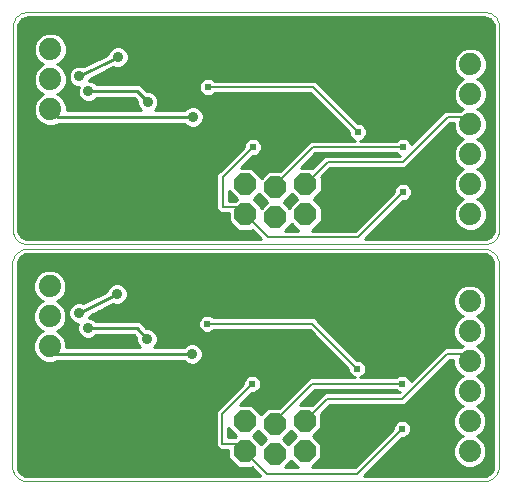
<source format=gbl>
G75*
G70*
%OFA0B0*%
%FSLAX24Y24*%
%IPPOS*%
%LPD*%
%AMOC8*
5,1,8,0,0,1.08239X$1,22.5*
%
%ADD10C,0.0000*%
%ADD11OC8,0.0740*%
%ADD12C,0.0740*%
%ADD13C,0.0356*%
%ADD14C,0.0100*%
%ADD15C,0.0060*%
%ADD16C,0.0360*%
%ADD17C,0.0240*%
D10*
X000800Y000550D02*
X016020Y000550D01*
X016064Y000552D01*
X016107Y000558D01*
X016149Y000567D01*
X016191Y000580D01*
X016231Y000597D01*
X016270Y000617D01*
X016307Y000640D01*
X016341Y000667D01*
X016374Y000696D01*
X016403Y000729D01*
X016430Y000763D01*
X016453Y000800D01*
X016473Y000839D01*
X016490Y000879D01*
X016503Y000921D01*
X016512Y000963D01*
X016518Y001006D01*
X016520Y001050D01*
X016520Y007796D01*
X016518Y007840D01*
X016512Y007883D01*
X016503Y007925D01*
X016490Y007967D01*
X016473Y008007D01*
X016453Y008046D01*
X016430Y008083D01*
X016403Y008117D01*
X016374Y008150D01*
X016341Y008179D01*
X016307Y008206D01*
X016270Y008229D01*
X016231Y008249D01*
X016191Y008266D01*
X016149Y008279D01*
X016107Y008288D01*
X016064Y008294D01*
X016020Y008296D01*
X000800Y008296D01*
X000818Y008446D02*
X016039Y008446D01*
X016083Y008448D01*
X016126Y008454D01*
X016168Y008463D01*
X016210Y008476D01*
X016250Y008493D01*
X016289Y008513D01*
X016326Y008536D01*
X016360Y008563D01*
X016393Y008592D01*
X016422Y008625D01*
X016449Y008659D01*
X016472Y008696D01*
X016492Y008735D01*
X016509Y008775D01*
X016522Y008817D01*
X016531Y008859D01*
X016537Y008902D01*
X016539Y008946D01*
X016539Y015692D01*
X016537Y015736D01*
X016531Y015779D01*
X016522Y015821D01*
X016509Y015863D01*
X016492Y015903D01*
X016472Y015942D01*
X016449Y015979D01*
X016422Y016013D01*
X016393Y016046D01*
X016360Y016075D01*
X016326Y016102D01*
X016289Y016125D01*
X016250Y016145D01*
X016210Y016162D01*
X016168Y016175D01*
X016126Y016184D01*
X016083Y016190D01*
X016039Y016192D01*
X000818Y016192D01*
X000774Y016190D01*
X000731Y016184D01*
X000689Y016175D01*
X000647Y016162D01*
X000607Y016145D01*
X000568Y016125D01*
X000531Y016102D01*
X000497Y016075D01*
X000464Y016046D01*
X000435Y016013D01*
X000408Y015979D01*
X000385Y015942D01*
X000365Y015903D01*
X000348Y015863D01*
X000335Y015821D01*
X000326Y015779D01*
X000320Y015736D01*
X000318Y015692D01*
X000318Y008946D01*
X000320Y008902D01*
X000326Y008859D01*
X000335Y008817D01*
X000348Y008775D01*
X000365Y008735D01*
X000385Y008696D01*
X000408Y008659D01*
X000435Y008625D01*
X000464Y008592D01*
X000497Y008563D01*
X000531Y008536D01*
X000568Y008513D01*
X000607Y008493D01*
X000647Y008476D01*
X000689Y008463D01*
X000731Y008454D01*
X000774Y008448D01*
X000818Y008446D01*
X000800Y008296D02*
X000756Y008294D01*
X000713Y008288D01*
X000671Y008279D01*
X000629Y008266D01*
X000589Y008249D01*
X000550Y008229D01*
X000513Y008206D01*
X000479Y008179D01*
X000446Y008150D01*
X000417Y008117D01*
X000390Y008083D01*
X000367Y008046D01*
X000347Y008007D01*
X000330Y007967D01*
X000317Y007925D01*
X000308Y007883D01*
X000302Y007840D01*
X000300Y007796D01*
X000300Y001050D01*
X000302Y001006D01*
X000308Y000963D01*
X000317Y000921D01*
X000330Y000879D01*
X000347Y000839D01*
X000367Y000800D01*
X000390Y000763D01*
X000417Y000729D01*
X000446Y000696D01*
X000479Y000667D01*
X000513Y000640D01*
X000550Y000617D01*
X000589Y000597D01*
X000629Y000580D01*
X000671Y000567D01*
X000713Y000558D01*
X000756Y000552D01*
X000800Y000550D01*
D11*
X008050Y001550D03*
X008050Y002550D03*
X009050Y002450D03*
X010050Y002550D03*
X010050Y001550D03*
X009050Y001450D03*
X009068Y009346D03*
X009068Y010346D03*
X008068Y010446D03*
X008068Y009446D03*
X010068Y009446D03*
X010068Y010446D03*
D12*
X015568Y010446D03*
X015568Y011446D03*
X015568Y012446D03*
X015568Y013446D03*
X015568Y014446D03*
X015568Y009446D03*
X015550Y006550D03*
X015550Y005550D03*
X015550Y004550D03*
X015550Y003550D03*
X015550Y002550D03*
X015550Y001550D03*
X001550Y005050D03*
X001550Y006050D03*
X001550Y007050D03*
X001568Y012946D03*
X001568Y013946D03*
X001568Y014946D03*
D13*
X002843Y013546D03*
X004818Y013196D03*
X002825Y005650D03*
X004800Y005300D03*
D14*
X004450Y005650D01*
X003950Y005650D01*
X002825Y005650D01*
X002495Y005790D02*
X002467Y005721D01*
X002467Y005579D01*
X002521Y005447D01*
X002622Y005346D01*
X002754Y005292D01*
X002896Y005292D01*
X003028Y005346D01*
X003101Y005420D01*
X004355Y005420D01*
X004442Y005333D01*
X004442Y005229D01*
X004496Y005097D01*
X004564Y005030D01*
X002100Y005030D01*
X002100Y005159D01*
X002016Y005362D01*
X001862Y005516D01*
X001780Y005550D01*
X001862Y005584D01*
X002016Y005738D01*
X002100Y005941D01*
X002100Y006159D01*
X002016Y006362D01*
X001862Y006516D01*
X001780Y006550D01*
X001862Y006584D01*
X002016Y006738D01*
X002100Y006941D01*
X002100Y007159D01*
X002016Y007362D01*
X001862Y007516D01*
X001659Y007600D01*
X001441Y007600D01*
X001238Y007516D01*
X001084Y007362D01*
X001000Y007159D01*
X001000Y006941D01*
X001084Y006738D01*
X001238Y006584D01*
X001320Y006550D01*
X001238Y006516D01*
X001084Y006362D01*
X001000Y006159D01*
X001000Y005941D01*
X001084Y005738D01*
X001238Y005584D01*
X001320Y005550D01*
X001238Y005516D01*
X001084Y005362D01*
X001000Y005159D01*
X001000Y004941D01*
X001084Y004738D01*
X001238Y004584D01*
X001441Y004500D01*
X001659Y004500D01*
X001828Y004570D01*
X006021Y004570D01*
X006096Y004495D01*
X006228Y004440D01*
X006372Y004440D01*
X006504Y004495D01*
X006605Y004596D01*
X006660Y004728D01*
X006660Y004872D01*
X006605Y005004D01*
X006504Y005105D01*
X006372Y005160D01*
X006228Y005160D01*
X006096Y005105D01*
X006021Y005030D01*
X005036Y005030D01*
X005104Y005097D01*
X005158Y005229D01*
X005158Y005371D01*
X005104Y005503D01*
X005003Y005604D01*
X004871Y005658D01*
X004767Y005658D01*
X004545Y005880D01*
X003101Y005880D01*
X003028Y005954D01*
X002896Y006008D01*
X002856Y006008D01*
X002883Y006075D01*
X003658Y006469D01*
X003728Y006440D01*
X003872Y006440D01*
X004004Y006495D01*
X004105Y006596D01*
X004160Y006728D01*
X004160Y006872D01*
X004105Y007004D01*
X004004Y007105D01*
X003872Y007160D01*
X003728Y007160D01*
X003596Y007105D01*
X003495Y007004D01*
X003442Y006875D01*
X002667Y006481D01*
X002597Y006510D01*
X002453Y006510D01*
X002321Y006455D01*
X002220Y006354D01*
X002165Y006222D01*
X002165Y006078D01*
X002220Y005946D01*
X002321Y005845D01*
X002453Y005790D01*
X002495Y005790D01*
X002468Y005725D02*
X002003Y005725D01*
X002051Y005824D02*
X002372Y005824D01*
X002244Y005922D02*
X002092Y005922D01*
X002100Y006021D02*
X002189Y006021D01*
X002165Y006119D02*
X002100Y006119D01*
X002076Y006218D02*
X002165Y006218D01*
X002204Y006316D02*
X002035Y006316D01*
X001963Y006415D02*
X002280Y006415D01*
X002525Y006150D02*
X003800Y006800D01*
X004112Y006612D02*
X015000Y006612D01*
X015000Y006659D02*
X015000Y006441D01*
X015084Y006238D01*
X015238Y006084D01*
X015320Y006050D01*
X015238Y006016D01*
X015084Y005862D01*
X015000Y005659D01*
X015000Y005441D01*
X015084Y005238D01*
X015238Y005084D01*
X015320Y005050D01*
X015238Y005016D01*
X015232Y005010D01*
X014713Y005010D01*
X014590Y004887D01*
X013589Y003886D01*
X013554Y003970D01*
X013470Y004054D01*
X013360Y004100D01*
X013240Y004100D01*
X013130Y004054D01*
X013086Y004010D01*
X011884Y004010D01*
X011970Y004046D01*
X012054Y004130D01*
X012100Y004240D01*
X012100Y004360D01*
X012054Y004470D01*
X011970Y004554D01*
X011860Y004600D01*
X011797Y004600D01*
X010510Y005887D01*
X010387Y006010D01*
X007014Y006010D01*
X006970Y006054D01*
X006860Y006100D01*
X006740Y006100D01*
X006630Y006054D01*
X006546Y005970D01*
X006500Y005860D01*
X006500Y005740D01*
X006546Y005630D01*
X006630Y005546D01*
X006740Y005500D01*
X006860Y005500D01*
X006970Y005546D01*
X007014Y005590D01*
X010213Y005590D01*
X011500Y004303D01*
X011500Y004240D01*
X011546Y004130D01*
X011630Y004046D01*
X011716Y004010D01*
X010213Y004010D01*
X009203Y003000D01*
X008822Y003000D01*
X008600Y002778D01*
X008278Y003100D01*
X007897Y003100D01*
X008297Y003500D01*
X008360Y003500D01*
X008470Y003546D01*
X008554Y003630D01*
X008600Y003740D01*
X008600Y003860D01*
X008554Y003970D01*
X008470Y004054D01*
X008360Y004100D01*
X008240Y004100D01*
X008130Y004054D01*
X008046Y003970D01*
X008000Y003860D01*
X008000Y003797D01*
X007213Y003010D01*
X007090Y002887D01*
X007090Y001713D01*
X007213Y001590D01*
X007500Y001590D01*
X007500Y001322D01*
X007822Y001000D01*
X008278Y001000D01*
X008290Y001013D01*
X008573Y000730D01*
X000800Y000730D01*
X000738Y000736D01*
X000622Y000784D01*
X000534Y000872D01*
X000486Y000988D01*
X000480Y001050D01*
X000480Y007796D01*
X000486Y007858D01*
X000534Y007974D01*
X000622Y008062D01*
X000738Y008110D01*
X000800Y008116D01*
X016020Y008116D01*
X016083Y008110D01*
X016198Y008062D01*
X016286Y007974D01*
X016334Y007858D01*
X016340Y007796D01*
X016340Y001050D01*
X016334Y000988D01*
X016286Y000872D01*
X016198Y000784D01*
X016083Y000736D01*
X016020Y000730D01*
X012027Y000730D01*
X013297Y002000D01*
X013360Y002000D01*
X013470Y002046D01*
X013554Y002130D01*
X013600Y002240D01*
X013600Y002360D01*
X013554Y002470D01*
X013470Y002554D01*
X013360Y002600D01*
X013240Y002600D01*
X013130Y002554D01*
X013046Y002470D01*
X013000Y002360D01*
X013000Y002297D01*
X011713Y001010D01*
X010288Y001010D01*
X010600Y001322D01*
X010600Y001778D01*
X010328Y002050D01*
X010600Y002322D01*
X010600Y002778D01*
X010587Y002790D01*
X010887Y003090D01*
X013387Y003090D01*
X014887Y004590D01*
X015000Y004590D01*
X015000Y004441D01*
X015084Y004238D01*
X015238Y004084D01*
X015320Y004050D01*
X015238Y004016D01*
X015084Y003862D01*
X015000Y003659D01*
X015000Y003441D01*
X015084Y003238D01*
X015238Y003084D01*
X015320Y003050D01*
X015238Y003016D01*
X015084Y002862D01*
X015000Y002659D01*
X015000Y002441D01*
X015084Y002238D01*
X015238Y002084D01*
X015320Y002050D01*
X015238Y002016D01*
X015084Y001862D01*
X015000Y001659D01*
X015000Y001441D01*
X015084Y001238D01*
X015238Y001084D01*
X015441Y001000D01*
X015659Y001000D01*
X015862Y001084D01*
X016016Y001238D01*
X016100Y001441D01*
X016100Y001659D01*
X016016Y001862D01*
X015862Y002016D01*
X015780Y002050D01*
X015862Y002084D01*
X016016Y002238D01*
X016100Y002441D01*
X016100Y002659D01*
X016016Y002862D01*
X015862Y003016D01*
X015780Y003050D01*
X015862Y003084D01*
X016016Y003238D01*
X016100Y003441D01*
X016100Y003659D01*
X016016Y003862D01*
X015862Y004016D01*
X015780Y004050D01*
X015862Y004084D01*
X016016Y004238D01*
X016100Y004441D01*
X016100Y004659D01*
X016016Y004862D01*
X015862Y005016D01*
X015780Y005050D01*
X015862Y005084D01*
X016016Y005238D01*
X016100Y005441D01*
X016100Y005659D01*
X016016Y005862D01*
X015862Y006016D01*
X015780Y006050D01*
X015862Y006084D01*
X016016Y006238D01*
X016100Y006441D01*
X016100Y006659D01*
X016016Y006862D01*
X015862Y007016D01*
X015659Y007100D01*
X015441Y007100D01*
X015238Y007016D01*
X015084Y006862D01*
X015000Y006659D01*
X015021Y006710D02*
X004152Y006710D01*
X004160Y006809D02*
X015062Y006809D01*
X015129Y006907D02*
X004145Y006907D01*
X004104Y007006D02*
X015228Y007006D01*
X015000Y006513D02*
X004022Y006513D01*
X003550Y006415D02*
X015011Y006415D01*
X015052Y006316D02*
X003357Y006316D01*
X003164Y006218D02*
X015105Y006218D01*
X015203Y006119D02*
X002971Y006119D01*
X002861Y006021D02*
X006596Y006021D01*
X006526Y005922D02*
X003059Y005922D01*
X002467Y005627D02*
X001904Y005627D01*
X001833Y005528D02*
X002488Y005528D01*
X002539Y005430D02*
X001948Y005430D01*
X002029Y005331D02*
X002659Y005331D01*
X002991Y005331D02*
X004442Y005331D01*
X004442Y005233D02*
X002070Y005233D01*
X002100Y005134D02*
X004481Y005134D01*
X004558Y005036D02*
X002100Y005036D01*
X001800Y004800D02*
X001550Y005050D01*
X001800Y004800D02*
X006300Y004800D01*
X006026Y005036D02*
X005042Y005036D01*
X005119Y005134D02*
X006166Y005134D01*
X006434Y005134D02*
X010669Y005134D01*
X010768Y005036D02*
X006574Y005036D01*
X006633Y004937D02*
X010866Y004937D01*
X010965Y004839D02*
X006660Y004839D01*
X006660Y004740D02*
X011063Y004740D01*
X011162Y004642D02*
X006624Y004642D01*
X006552Y004543D02*
X011260Y004543D01*
X011359Y004445D02*
X006382Y004445D01*
X006218Y004445D02*
X000480Y004445D01*
X000480Y004543D02*
X001337Y004543D01*
X001181Y004642D02*
X000480Y004642D01*
X000480Y004740D02*
X001083Y004740D01*
X001042Y004839D02*
X000480Y004839D01*
X000480Y004937D02*
X001001Y004937D01*
X001000Y005036D02*
X000480Y005036D01*
X000480Y005134D02*
X001000Y005134D01*
X001030Y005233D02*
X000480Y005233D01*
X000480Y005331D02*
X001071Y005331D01*
X001152Y005430D02*
X000480Y005430D01*
X000480Y005528D02*
X001267Y005528D01*
X001196Y005627D02*
X000480Y005627D01*
X000480Y005725D02*
X001097Y005725D01*
X001048Y005824D02*
X000480Y005824D01*
X000480Y005922D02*
X001008Y005922D01*
X001000Y006021D02*
X000480Y006021D01*
X000480Y006119D02*
X001000Y006119D01*
X001024Y006218D02*
X000480Y006218D01*
X000480Y006316D02*
X001065Y006316D01*
X001137Y006415D02*
X000480Y006415D01*
X000480Y006513D02*
X001235Y006513D01*
X001211Y006612D02*
X000480Y006612D01*
X000480Y006710D02*
X001112Y006710D01*
X001055Y006809D02*
X000480Y006809D01*
X000480Y006907D02*
X001014Y006907D01*
X001000Y007006D02*
X000480Y007006D01*
X000480Y007104D02*
X001000Y007104D01*
X001018Y007203D02*
X000480Y007203D01*
X000480Y007301D02*
X001059Y007301D01*
X001122Y007400D02*
X000480Y007400D01*
X000480Y007498D02*
X001220Y007498D01*
X001432Y007597D02*
X000480Y007597D01*
X000480Y007695D02*
X016340Y007695D01*
X016340Y007597D02*
X001668Y007597D01*
X001880Y007498D02*
X016340Y007498D01*
X016340Y007400D02*
X001978Y007400D01*
X002041Y007301D02*
X016340Y007301D01*
X016340Y007203D02*
X002082Y007203D01*
X002100Y007104D02*
X003595Y007104D01*
X003496Y007006D02*
X002100Y007006D01*
X002086Y006907D02*
X003455Y006907D01*
X003310Y006809D02*
X002045Y006809D01*
X001988Y006710D02*
X003117Y006710D01*
X002924Y006612D02*
X001889Y006612D01*
X001865Y006513D02*
X002731Y006513D01*
X004005Y007104D02*
X016340Y007104D01*
X016340Y007006D02*
X015872Y007006D01*
X015971Y006907D02*
X016340Y006907D01*
X016340Y006809D02*
X016038Y006809D01*
X016079Y006710D02*
X016340Y006710D01*
X016340Y006612D02*
X016100Y006612D01*
X016100Y006513D02*
X016340Y006513D01*
X016340Y006415D02*
X016089Y006415D01*
X016048Y006316D02*
X016340Y006316D01*
X016340Y006218D02*
X015995Y006218D01*
X015897Y006119D02*
X016340Y006119D01*
X016340Y006021D02*
X015851Y006021D01*
X015956Y005922D02*
X016340Y005922D01*
X016340Y005824D02*
X016032Y005824D01*
X016073Y005725D02*
X016340Y005725D01*
X016340Y005627D02*
X016100Y005627D01*
X016100Y005528D02*
X016340Y005528D01*
X016340Y005430D02*
X016095Y005430D01*
X016055Y005331D02*
X016340Y005331D01*
X016340Y005233D02*
X016010Y005233D01*
X015912Y005134D02*
X016340Y005134D01*
X016340Y005036D02*
X015815Y005036D01*
X015941Y004937D02*
X016340Y004937D01*
X016340Y004839D02*
X016026Y004839D01*
X016067Y004740D02*
X016340Y004740D01*
X016340Y004642D02*
X016100Y004642D01*
X016100Y004543D02*
X016340Y004543D01*
X016340Y004445D02*
X016100Y004445D01*
X016061Y004346D02*
X016340Y004346D01*
X016340Y004248D02*
X016020Y004248D01*
X015927Y004149D02*
X016340Y004149D01*
X016340Y004051D02*
X015781Y004051D01*
X015926Y003952D02*
X016340Y003952D01*
X016340Y003854D02*
X016020Y003854D01*
X016060Y003755D02*
X016340Y003755D01*
X016340Y003657D02*
X016100Y003657D01*
X016100Y003558D02*
X016340Y003558D01*
X016340Y003460D02*
X016100Y003460D01*
X016067Y003361D02*
X016340Y003361D01*
X016340Y003263D02*
X016026Y003263D01*
X015942Y003164D02*
X016340Y003164D01*
X016340Y003066D02*
X015818Y003066D01*
X015911Y002967D02*
X016340Y002967D01*
X016340Y002869D02*
X016009Y002869D01*
X016054Y002770D02*
X016340Y002770D01*
X016340Y002672D02*
X016095Y002672D01*
X016100Y002573D02*
X016340Y002573D01*
X016340Y002475D02*
X016100Y002475D01*
X016073Y002376D02*
X016340Y002376D01*
X016340Y002278D02*
X016032Y002278D01*
X015957Y002179D02*
X016340Y002179D01*
X016340Y002081D02*
X015854Y002081D01*
X015896Y001982D02*
X016340Y001982D01*
X016340Y001884D02*
X015994Y001884D01*
X016048Y001785D02*
X016340Y001785D01*
X016340Y001687D02*
X016089Y001687D01*
X016100Y001588D02*
X016340Y001588D01*
X016340Y001490D02*
X016100Y001490D01*
X016079Y001391D02*
X016340Y001391D01*
X016340Y001293D02*
X016039Y001293D01*
X015972Y001194D02*
X016340Y001194D01*
X016340Y001096D02*
X015873Y001096D01*
X016214Y000800D02*
X012097Y000800D01*
X012195Y000899D02*
X016297Y000899D01*
X016335Y000997D02*
X012294Y000997D01*
X012392Y001096D02*
X015227Y001096D01*
X015128Y001194D02*
X012491Y001194D01*
X012589Y001293D02*
X015061Y001293D01*
X015021Y001391D02*
X012688Y001391D01*
X012786Y001490D02*
X015000Y001490D01*
X015000Y001588D02*
X012885Y001588D01*
X012983Y001687D02*
X015011Y001687D01*
X015052Y001785D02*
X013082Y001785D01*
X013180Y001884D02*
X015106Y001884D01*
X015204Y001982D02*
X013279Y001982D01*
X013505Y002081D02*
X015246Y002081D01*
X015143Y002179D02*
X013575Y002179D01*
X013600Y002278D02*
X015068Y002278D01*
X015027Y002376D02*
X013593Y002376D01*
X013550Y002475D02*
X015000Y002475D01*
X015000Y002573D02*
X013425Y002573D01*
X013175Y002573D02*
X010600Y002573D01*
X010600Y002475D02*
X013050Y002475D01*
X013007Y002376D02*
X010600Y002376D01*
X010555Y002278D02*
X012981Y002278D01*
X012882Y002179D02*
X010457Y002179D01*
X010358Y002081D02*
X012784Y002081D01*
X012685Y001982D02*
X010396Y001982D01*
X010494Y001884D02*
X012587Y001884D01*
X012488Y001785D02*
X010593Y001785D01*
X010600Y001687D02*
X012390Y001687D01*
X012291Y001588D02*
X010600Y001588D01*
X010600Y001490D02*
X012193Y001490D01*
X012094Y001391D02*
X010600Y001391D01*
X010570Y001293D02*
X011996Y001293D01*
X011897Y001194D02*
X010472Y001194D01*
X010373Y001096D02*
X011799Y001096D01*
X010600Y002672D02*
X015005Y002672D01*
X015046Y002770D02*
X010600Y002770D01*
X010665Y002869D02*
X015091Y002869D01*
X015189Y002967D02*
X010764Y002967D01*
X010862Y003066D02*
X015282Y003066D01*
X015158Y003164D02*
X013461Y003164D01*
X013559Y003263D02*
X015074Y003263D01*
X015033Y003361D02*
X013658Y003361D01*
X013756Y003460D02*
X015000Y003460D01*
X015000Y003558D02*
X013855Y003558D01*
X013953Y003657D02*
X015000Y003657D01*
X015040Y003755D02*
X014052Y003755D01*
X014150Y003854D02*
X015080Y003854D01*
X015174Y003952D02*
X014249Y003952D01*
X014347Y004051D02*
X015319Y004051D01*
X015173Y004149D02*
X014446Y004149D01*
X014544Y004248D02*
X015080Y004248D01*
X015039Y004346D02*
X014643Y004346D01*
X014741Y004445D02*
X015000Y004445D01*
X015000Y004543D02*
X014840Y004543D01*
X014542Y004839D02*
X011558Y004839D01*
X011460Y004937D02*
X014640Y004937D01*
X014443Y004740D02*
X011657Y004740D01*
X011755Y004642D02*
X014345Y004642D01*
X014246Y004543D02*
X011981Y004543D01*
X012065Y004445D02*
X014148Y004445D01*
X014049Y004346D02*
X012100Y004346D01*
X012100Y004248D02*
X013951Y004248D01*
X013852Y004149D02*
X012062Y004149D01*
X011975Y004051D02*
X013126Y004051D01*
X013474Y004051D02*
X013754Y004051D01*
X013655Y003952D02*
X013562Y003952D01*
X013130Y003546D02*
X013086Y003590D01*
X010387Y003590D01*
X009897Y003100D01*
X010278Y003100D01*
X010290Y003087D01*
X010590Y003387D01*
X010713Y003510D01*
X013213Y003510D01*
X013214Y003511D01*
X013130Y003546D01*
X013118Y003558D02*
X010355Y003558D01*
X010256Y003460D02*
X010663Y003460D01*
X010564Y003361D02*
X010158Y003361D01*
X010059Y003263D02*
X010466Y003263D01*
X010367Y003164D02*
X009961Y003164D01*
X009663Y003460D02*
X008256Y003460D01*
X008158Y003361D02*
X009564Y003361D01*
X009466Y003263D02*
X008059Y003263D01*
X007961Y003164D02*
X009367Y003164D01*
X009269Y003066D02*
X008312Y003066D01*
X008411Y002967D02*
X008789Y002967D01*
X008691Y002869D02*
X008509Y002869D01*
X008600Y002778D02*
X008600Y002778D01*
X008500Y002222D02*
X008500Y002222D01*
X008772Y001950D01*
X008600Y001778D01*
X008600Y001778D01*
X008328Y002050D01*
X008500Y002222D01*
X008457Y002179D02*
X008543Y002179D01*
X008642Y002081D02*
X008358Y002081D01*
X008396Y001982D02*
X008740Y001982D01*
X008706Y001884D02*
X008494Y001884D01*
X008593Y001785D02*
X008607Y001785D01*
X009328Y001950D02*
X009600Y002222D01*
X009600Y002222D01*
X009772Y002050D01*
X009500Y001778D01*
X009500Y001778D01*
X009328Y001950D01*
X009360Y001982D02*
X009704Y001982D01*
X009742Y002081D02*
X009458Y002081D01*
X009557Y002179D02*
X009643Y002179D01*
X009606Y001884D02*
X009394Y001884D01*
X009493Y001785D02*
X009507Y001785D01*
X009600Y001222D02*
X009812Y001010D01*
X009388Y001010D01*
X009600Y001222D01*
X009600Y001222D01*
X009572Y001194D02*
X009628Y001194D01*
X009727Y001096D02*
X009473Y001096D01*
X008503Y000800D02*
X000606Y000800D01*
X000523Y000899D02*
X008405Y000899D01*
X008306Y000997D02*
X000485Y000997D01*
X000480Y001096D02*
X007727Y001096D01*
X007628Y001194D02*
X000480Y001194D01*
X000480Y001293D02*
X007530Y001293D01*
X007500Y001391D02*
X000480Y001391D01*
X000480Y001490D02*
X007500Y001490D01*
X007500Y001588D02*
X000480Y001588D01*
X000480Y001687D02*
X007117Y001687D01*
X007090Y001785D02*
X000480Y001785D01*
X000480Y001884D02*
X007090Y001884D01*
X007090Y001982D02*
X000480Y001982D01*
X000480Y002081D02*
X007090Y002081D01*
X007090Y002179D02*
X000480Y002179D01*
X000480Y002278D02*
X007090Y002278D01*
X007090Y002376D02*
X000480Y002376D01*
X000480Y002475D02*
X007090Y002475D01*
X007090Y002573D02*
X000480Y002573D01*
X000480Y002672D02*
X007090Y002672D01*
X007090Y002770D02*
X000480Y002770D01*
X000480Y002869D02*
X007090Y002869D01*
X007170Y002967D02*
X000480Y002967D01*
X000480Y003066D02*
X007269Y003066D01*
X007367Y003164D02*
X000480Y003164D01*
X000480Y003263D02*
X007466Y003263D01*
X007564Y003361D02*
X000480Y003361D01*
X000480Y003460D02*
X007663Y003460D01*
X007761Y003558D02*
X000480Y003558D01*
X000480Y003657D02*
X007860Y003657D01*
X007958Y003755D02*
X000480Y003755D01*
X000480Y003854D02*
X008000Y003854D01*
X008038Y003952D02*
X000480Y003952D01*
X000480Y004051D02*
X008126Y004051D01*
X008474Y004051D02*
X011625Y004051D01*
X011538Y004149D02*
X000480Y004149D01*
X000480Y004248D02*
X011500Y004248D01*
X011457Y004346D02*
X000480Y004346D01*
X001763Y004543D02*
X006048Y004543D01*
X005158Y005233D02*
X010571Y005233D01*
X010472Y005331D02*
X005158Y005331D01*
X005134Y005430D02*
X010374Y005430D01*
X010275Y005528D02*
X006927Y005528D01*
X006673Y005528D02*
X005078Y005528D01*
X004948Y005627D02*
X006549Y005627D01*
X006506Y005725D02*
X004700Y005725D01*
X004602Y005824D02*
X006500Y005824D01*
X007004Y006021D02*
X015249Y006021D01*
X015144Y005922D02*
X010475Y005922D01*
X010573Y005824D02*
X015068Y005824D01*
X015027Y005725D02*
X010672Y005725D01*
X010770Y005627D02*
X015000Y005627D01*
X015000Y005528D02*
X010869Y005528D01*
X010967Y005430D02*
X015005Y005430D01*
X015045Y005331D02*
X011066Y005331D01*
X011164Y005233D02*
X015090Y005233D01*
X015188Y005134D02*
X011263Y005134D01*
X011361Y005036D02*
X015285Y005036D01*
X016340Y007794D02*
X000480Y007794D01*
X000500Y007892D02*
X016320Y007892D01*
X016269Y007991D02*
X000551Y007991D01*
X000687Y008089D02*
X016133Y008089D01*
X016101Y008633D02*
X016039Y008626D01*
X012045Y008626D01*
X013315Y009896D01*
X013378Y009896D01*
X013488Y009942D01*
X013573Y010026D01*
X013618Y010137D01*
X013618Y010256D01*
X015052Y010256D01*
X015018Y010337D02*
X015102Y010135D01*
X015257Y009980D01*
X015338Y009946D01*
X015257Y009913D01*
X015102Y009758D01*
X015018Y009556D01*
X015018Y009337D01*
X015102Y009135D01*
X015257Y008980D01*
X015459Y008896D01*
X015678Y008896D01*
X015880Y008980D01*
X016035Y009135D01*
X016118Y009337D01*
X016118Y009556D01*
X016035Y009758D01*
X015880Y009913D01*
X015799Y009946D01*
X015880Y009980D01*
X016035Y010135D01*
X016118Y010337D01*
X016118Y010556D01*
X016035Y010758D01*
X015880Y010913D01*
X015799Y010946D01*
X015880Y010980D01*
X016035Y011135D01*
X016118Y011337D01*
X016118Y011556D01*
X016035Y011758D01*
X015880Y011913D01*
X015799Y011946D01*
X015880Y011980D01*
X016035Y012135D01*
X016118Y012337D01*
X016118Y012556D01*
X016035Y012758D01*
X015880Y012913D01*
X015799Y012946D01*
X015880Y012980D01*
X016035Y013135D01*
X016118Y013337D01*
X016118Y013556D01*
X016035Y013758D01*
X015880Y013913D01*
X015799Y013946D01*
X015880Y013980D01*
X016035Y014135D01*
X016118Y014337D01*
X016118Y014556D01*
X016035Y014758D01*
X015880Y014913D01*
X015678Y014996D01*
X015459Y014996D01*
X015257Y014913D01*
X015102Y014758D01*
X015018Y014556D01*
X015018Y014337D01*
X015102Y014135D01*
X015257Y013980D01*
X015338Y013946D01*
X015257Y013913D01*
X015102Y013758D01*
X015018Y013556D01*
X015018Y013337D01*
X015102Y013135D01*
X015257Y012980D01*
X015338Y012946D01*
X015257Y012913D01*
X015251Y012906D01*
X014731Y012906D01*
X014608Y012783D01*
X013608Y011782D01*
X013573Y011866D01*
X013488Y011951D01*
X013378Y011996D01*
X013259Y011996D01*
X013149Y011951D01*
X013104Y011906D01*
X011902Y011906D01*
X011988Y011942D01*
X012073Y012026D01*
X012118Y012137D01*
X012118Y012256D01*
X012073Y012366D01*
X011988Y012451D01*
X011878Y012496D01*
X011815Y012496D01*
X010528Y013783D01*
X010405Y013906D01*
X007033Y013906D01*
X006988Y013951D01*
X006878Y013996D01*
X006759Y013996D01*
X006649Y013951D01*
X006564Y013866D01*
X006518Y013756D01*
X006518Y013637D01*
X006564Y013526D01*
X006649Y013442D01*
X006759Y013396D01*
X006878Y013396D01*
X006988Y013442D01*
X007033Y013486D01*
X010231Y013486D01*
X011518Y012199D01*
X011518Y012137D01*
X011564Y012026D01*
X011649Y011942D01*
X011735Y011906D01*
X010231Y011906D01*
X009221Y010896D01*
X008841Y010896D01*
X008618Y010674D01*
X008618Y010674D01*
X008296Y010996D01*
X007915Y010996D01*
X008315Y011396D01*
X008378Y011396D01*
X008488Y011442D01*
X008573Y011526D01*
X008618Y011637D01*
X008618Y011756D01*
X008573Y011866D01*
X008488Y011951D01*
X008378Y011996D01*
X008259Y011996D01*
X008149Y011951D01*
X008064Y011866D01*
X008018Y011756D01*
X008018Y011693D01*
X007231Y010906D01*
X007108Y010783D01*
X007108Y009609D01*
X007231Y009486D01*
X007518Y009486D01*
X007518Y009219D01*
X007841Y008896D01*
X008296Y008896D01*
X008309Y008909D01*
X008591Y008626D01*
X000818Y008626D01*
X000756Y008633D01*
X000641Y008680D01*
X008538Y008680D01*
X008439Y008779D02*
X000548Y008779D01*
X000552Y008769D02*
X000505Y008884D01*
X000498Y008946D01*
X000498Y015692D01*
X000505Y015755D01*
X000552Y015870D01*
X000641Y015958D01*
X000756Y016006D01*
X000818Y016012D01*
X016039Y016012D01*
X016101Y016006D01*
X016216Y015958D01*
X016305Y015870D01*
X016352Y015755D01*
X016359Y015692D01*
X016359Y008946D01*
X016352Y008884D01*
X016305Y008769D01*
X016216Y008680D01*
X012099Y008680D01*
X012198Y008779D02*
X016309Y008779D01*
X016350Y008877D02*
X012296Y008877D01*
X012395Y008976D02*
X015268Y008976D01*
X015163Y009074D02*
X012493Y009074D01*
X012592Y009173D02*
X015087Y009173D01*
X015046Y009271D02*
X012690Y009271D01*
X012789Y009370D02*
X015018Y009370D01*
X015018Y009468D02*
X012887Y009468D01*
X012986Y009567D02*
X015023Y009567D01*
X015064Y009665D02*
X013084Y009665D01*
X013183Y009764D02*
X015108Y009764D01*
X015206Y009862D02*
X013281Y009862D01*
X013507Y009961D02*
X015304Y009961D01*
X015178Y010059D02*
X013586Y010059D01*
X013618Y010158D02*
X015093Y010158D01*
X015018Y010337D02*
X015018Y010556D01*
X015102Y010758D01*
X015257Y010913D01*
X015338Y010946D01*
X015257Y010980D01*
X015102Y011135D01*
X015018Y011337D01*
X015018Y011556D01*
X015102Y011758D01*
X015257Y011913D01*
X015338Y011946D01*
X015257Y011980D01*
X015102Y012135D01*
X015018Y012337D01*
X015018Y012486D01*
X014905Y012486D01*
X013405Y010986D01*
X010905Y010986D01*
X010606Y010687D01*
X010618Y010674D01*
X010618Y010219D01*
X010346Y009946D01*
X010618Y009674D01*
X010618Y009219D01*
X010306Y008906D01*
X011731Y008906D01*
X013018Y010193D01*
X013018Y010256D01*
X010618Y010256D01*
X010618Y010355D02*
X013059Y010355D01*
X013064Y010366D02*
X013018Y010256D01*
X012983Y010158D02*
X010557Y010158D01*
X010459Y010059D02*
X012884Y010059D01*
X012786Y009961D02*
X010360Y009961D01*
X010431Y009862D02*
X012687Y009862D01*
X012589Y009764D02*
X010529Y009764D01*
X010618Y009665D02*
X012490Y009665D01*
X012392Y009567D02*
X010618Y009567D01*
X010618Y009468D02*
X012293Y009468D01*
X012195Y009370D02*
X010618Y009370D01*
X010618Y009271D02*
X012096Y009271D01*
X011998Y009173D02*
X010572Y009173D01*
X010474Y009074D02*
X011899Y009074D01*
X011801Y008976D02*
X010375Y008976D01*
X009831Y008906D02*
X009406Y008906D01*
X009618Y009119D01*
X009831Y008906D01*
X009762Y008976D02*
X009475Y008976D01*
X009574Y009074D02*
X009663Y009074D01*
X009618Y009119D02*
X009618Y009119D01*
X009518Y009674D02*
X009346Y009846D01*
X009618Y010119D01*
X009791Y009946D01*
X009518Y009674D01*
X009518Y009674D01*
X009429Y009764D02*
X009608Y009764D01*
X009706Y009862D02*
X009362Y009862D01*
X009460Y009961D02*
X009776Y009961D01*
X009678Y010059D02*
X009559Y010059D01*
X009618Y010119D02*
X009618Y010119D01*
X008791Y009846D02*
X008618Y009674D01*
X008618Y009674D01*
X008346Y009946D01*
X008518Y010119D01*
X008518Y010119D01*
X008791Y009846D01*
X008775Y009862D02*
X008431Y009862D01*
X008360Y009961D02*
X008676Y009961D01*
X008578Y010059D02*
X008459Y010059D01*
X008529Y009764D02*
X008708Y009764D01*
X007791Y009946D02*
X007751Y009906D01*
X007528Y009906D01*
X007528Y010209D01*
X007791Y009946D01*
X007776Y009961D02*
X007528Y009961D01*
X007528Y010059D02*
X007678Y010059D01*
X007579Y010158D02*
X007528Y010158D01*
X007108Y010158D02*
X000498Y010158D01*
X000498Y010256D02*
X007108Y010256D01*
X007108Y010355D02*
X000498Y010355D01*
X000498Y010453D02*
X007108Y010453D01*
X007108Y010552D02*
X000498Y010552D01*
X000498Y010650D02*
X007108Y010650D01*
X007108Y010749D02*
X000498Y010749D01*
X000498Y010847D02*
X007172Y010847D01*
X007271Y010946D02*
X000498Y010946D01*
X000498Y011044D02*
X007369Y011044D01*
X007468Y011143D02*
X000498Y011143D01*
X000498Y011241D02*
X007566Y011241D01*
X007665Y011340D02*
X000498Y011340D01*
X000498Y011438D02*
X007763Y011438D01*
X007862Y011537D02*
X000498Y011537D01*
X000498Y011635D02*
X007960Y011635D01*
X008018Y011734D02*
X000498Y011734D01*
X000498Y011832D02*
X008050Y011832D01*
X008128Y011931D02*
X000498Y011931D01*
X000498Y012029D02*
X011563Y012029D01*
X011522Y012128D02*
X000498Y012128D01*
X000498Y012226D02*
X011492Y012226D01*
X011393Y012325D02*
X000498Y012325D01*
X000498Y012423D02*
X001395Y012423D01*
X001459Y012396D02*
X001678Y012396D01*
X001847Y012466D01*
X006039Y012466D01*
X006115Y012391D01*
X006247Y012336D01*
X006390Y012336D01*
X006522Y012391D01*
X006624Y012492D01*
X006678Y012625D01*
X006678Y012768D01*
X006624Y012900D01*
X006522Y013002D01*
X006390Y013056D01*
X006247Y013056D01*
X006115Y013002D01*
X006039Y012926D01*
X005055Y012926D01*
X005122Y012994D01*
X005177Y013125D01*
X005177Y013268D01*
X005122Y013399D01*
X005021Y013500D01*
X004890Y013554D01*
X004786Y013554D01*
X004564Y013776D01*
X003120Y013776D01*
X003046Y013850D01*
X002915Y013904D01*
X002874Y013904D01*
X002902Y013971D01*
X003676Y014366D01*
X003747Y014336D01*
X003890Y014336D01*
X004022Y014391D01*
X004124Y014492D01*
X004178Y014625D01*
X004178Y014768D01*
X004124Y014900D01*
X004022Y015002D01*
X003890Y015056D01*
X003747Y015056D01*
X003615Y015002D01*
X003513Y014900D01*
X003460Y014772D01*
X002686Y014377D01*
X002615Y014406D01*
X002472Y014406D01*
X002340Y014352D01*
X002238Y014250D01*
X002183Y014118D01*
X002183Y013975D01*
X002238Y013842D01*
X002340Y013741D01*
X002472Y013686D01*
X002514Y013686D01*
X002485Y013618D01*
X002485Y013475D01*
X002540Y013344D01*
X002641Y013243D01*
X002772Y013188D01*
X002915Y013188D01*
X003046Y013243D01*
X003120Y013316D01*
X004373Y013316D01*
X004460Y013229D01*
X004460Y013125D01*
X004515Y012994D01*
X004582Y012926D01*
X002118Y012926D01*
X002118Y013056D01*
X002035Y013258D01*
X001880Y013413D01*
X001799Y013446D01*
X001880Y013480D01*
X002035Y013635D01*
X002118Y013837D01*
X002118Y014056D01*
X002035Y014258D01*
X001880Y014413D01*
X001799Y014446D01*
X001880Y014480D01*
X002035Y014635D01*
X002118Y014837D01*
X002118Y015056D01*
X002035Y015258D01*
X001880Y015413D01*
X001678Y015496D01*
X001459Y015496D01*
X001257Y015413D01*
X001102Y015258D01*
X001018Y015056D01*
X001018Y014837D01*
X001102Y014635D01*
X001257Y014480D01*
X001338Y014446D01*
X001257Y014413D01*
X001102Y014258D01*
X001018Y014056D01*
X001018Y013837D01*
X001102Y013635D01*
X001257Y013480D01*
X001338Y013446D01*
X001257Y013413D01*
X001102Y013258D01*
X001018Y013056D01*
X001018Y012837D01*
X001102Y012635D01*
X001257Y012480D01*
X001459Y012396D01*
X001215Y012522D02*
X000498Y012522D01*
X000498Y012620D02*
X001117Y012620D01*
X001068Y012719D02*
X000498Y012719D01*
X000498Y012817D02*
X001027Y012817D01*
X001018Y012916D02*
X000498Y012916D01*
X000498Y013014D02*
X001018Y013014D01*
X001042Y013113D02*
X000498Y013113D01*
X000498Y013211D02*
X001083Y013211D01*
X001154Y013310D02*
X000498Y013310D01*
X000498Y013408D02*
X001252Y013408D01*
X001230Y013507D02*
X000498Y013507D01*
X000498Y013605D02*
X001132Y013605D01*
X001074Y013704D02*
X000498Y013704D01*
X000498Y013802D02*
X001033Y013802D01*
X001018Y013901D02*
X000498Y013901D01*
X000498Y013999D02*
X001018Y013999D01*
X001036Y014098D02*
X000498Y014098D01*
X000498Y014196D02*
X001077Y014196D01*
X001139Y014295D02*
X000498Y014295D01*
X000498Y014393D02*
X001237Y014393D01*
X001245Y014492D02*
X000498Y014492D01*
X000498Y014590D02*
X001147Y014590D01*
X001080Y014689D02*
X000498Y014689D01*
X000498Y014787D02*
X001039Y014787D01*
X001018Y014886D02*
X000498Y014886D01*
X000498Y014984D02*
X001018Y014984D01*
X001030Y015083D02*
X000498Y015083D01*
X000498Y015181D02*
X001070Y015181D01*
X001124Y015280D02*
X000498Y015280D01*
X000498Y015378D02*
X001222Y015378D01*
X001411Y015477D02*
X000498Y015477D01*
X000498Y015575D02*
X016359Y015575D01*
X016359Y015477D02*
X001726Y015477D01*
X001915Y015378D02*
X016359Y015378D01*
X016359Y015280D02*
X002013Y015280D01*
X002067Y015181D02*
X016359Y015181D01*
X016359Y015083D02*
X002107Y015083D01*
X002118Y014984D02*
X003597Y014984D01*
X003507Y014886D02*
X002118Y014886D01*
X002098Y014787D02*
X003466Y014787D01*
X003297Y014689D02*
X002057Y014689D01*
X001990Y014590D02*
X003104Y014590D01*
X002910Y014492D02*
X001891Y014492D01*
X001900Y014393D02*
X002440Y014393D01*
X002283Y014295D02*
X001998Y014295D01*
X002060Y014196D02*
X002216Y014196D01*
X002183Y014098D02*
X002101Y014098D01*
X002118Y013999D02*
X002183Y013999D01*
X002214Y013901D02*
X002118Y013901D01*
X002104Y013802D02*
X002279Y013802D01*
X002430Y013704D02*
X002063Y013704D01*
X002005Y013605D02*
X002485Y013605D01*
X002485Y013507D02*
X001906Y013507D01*
X001885Y013408D02*
X002513Y013408D01*
X002574Y013310D02*
X001983Y013310D01*
X002054Y013211D02*
X002717Y013211D01*
X002970Y013211D02*
X004460Y013211D01*
X004466Y013113D02*
X002095Y013113D01*
X002118Y013014D02*
X004506Y013014D01*
X004380Y013310D02*
X003113Y013310D01*
X002843Y013546D02*
X003968Y013546D01*
X004468Y013546D01*
X004818Y013196D01*
X005131Y013014D02*
X006145Y013014D01*
X006492Y013014D02*
X010704Y013014D01*
X010802Y012916D02*
X006608Y012916D01*
X006658Y012817D02*
X010901Y012817D01*
X010999Y012719D02*
X006678Y012719D01*
X006677Y012620D02*
X011098Y012620D01*
X011196Y012522D02*
X006636Y012522D01*
X006554Y012423D02*
X011295Y012423D01*
X011593Y012719D02*
X014544Y012719D01*
X014642Y012817D02*
X011495Y012817D01*
X011396Y012916D02*
X015264Y012916D01*
X015223Y013014D02*
X011298Y013014D01*
X011199Y013113D02*
X015124Y013113D01*
X015071Y013211D02*
X011101Y013211D01*
X011002Y013310D02*
X015030Y013310D01*
X015018Y013408D02*
X010904Y013408D01*
X010805Y013507D02*
X015018Y013507D01*
X015039Y013605D02*
X010707Y013605D01*
X010608Y013704D02*
X015080Y013704D01*
X015146Y013802D02*
X010510Y013802D01*
X010411Y013901D02*
X015245Y013901D01*
X015238Y013999D02*
X002957Y013999D01*
X002924Y013901D02*
X006598Y013901D01*
X006538Y013802D02*
X003094Y013802D01*
X003150Y014098D02*
X015139Y014098D01*
X015077Y014196D02*
X003343Y014196D01*
X003537Y014295D02*
X015036Y014295D01*
X015018Y014393D02*
X004024Y014393D01*
X004123Y014492D02*
X015018Y014492D01*
X015033Y014590D02*
X004164Y014590D01*
X004178Y014689D02*
X015073Y014689D01*
X015131Y014787D02*
X004171Y014787D01*
X004130Y014886D02*
X015230Y014886D01*
X015429Y014984D02*
X004040Y014984D01*
X003818Y014696D02*
X002543Y014046D01*
X002647Y014393D02*
X002717Y014393D01*
X001568Y012946D02*
X001818Y012696D01*
X006318Y012696D01*
X006083Y012423D02*
X001742Y012423D01*
X000498Y010059D02*
X007108Y010059D01*
X007108Y009961D02*
X000498Y009961D01*
X000498Y009862D02*
X007108Y009862D01*
X007108Y009764D02*
X000498Y009764D01*
X000498Y009665D02*
X007108Y009665D01*
X007151Y009567D02*
X000498Y009567D01*
X000498Y009468D02*
X007518Y009468D01*
X007518Y009370D02*
X000498Y009370D01*
X000498Y009271D02*
X007518Y009271D01*
X007565Y009173D02*
X000498Y009173D01*
X000498Y009074D02*
X007663Y009074D01*
X007762Y008976D02*
X000498Y008976D01*
X000507Y008877D02*
X008341Y008877D01*
X008544Y010749D02*
X008693Y010749D01*
X008791Y010847D02*
X008446Y010847D01*
X008347Y010946D02*
X009271Y010946D01*
X009369Y011044D02*
X007963Y011044D01*
X008062Y011143D02*
X009468Y011143D01*
X009566Y011241D02*
X008160Y011241D01*
X008259Y011340D02*
X009665Y011340D01*
X009763Y011438D02*
X008479Y011438D01*
X008577Y011537D02*
X009862Y011537D01*
X009960Y011635D02*
X008618Y011635D01*
X008618Y011734D02*
X010059Y011734D01*
X010157Y011832D02*
X008587Y011832D01*
X008509Y011931D02*
X011676Y011931D01*
X011961Y011931D02*
X013128Y011931D01*
X013509Y011931D02*
X013756Y011931D01*
X013854Y012029D02*
X012074Y012029D01*
X012115Y012128D02*
X013953Y012128D01*
X014051Y012226D02*
X012118Y012226D01*
X012090Y012325D02*
X014150Y012325D01*
X014248Y012423D02*
X012016Y012423D01*
X011790Y012522D02*
X014347Y012522D01*
X014445Y012620D02*
X011692Y012620D01*
X010605Y013113D02*
X005171Y013113D01*
X005177Y013211D02*
X010507Y013211D01*
X010408Y013310D02*
X005159Y013310D01*
X005113Y013408D02*
X006731Y013408D01*
X006906Y013408D02*
X010310Y013408D01*
X010405Y011486D02*
X013104Y011486D01*
X013149Y011442D01*
X013232Y011407D01*
X013231Y011406D01*
X010731Y011406D01*
X010608Y011283D01*
X010309Y010984D01*
X010296Y010996D01*
X009915Y010996D01*
X010405Y011486D01*
X010357Y011438D02*
X013158Y011438D01*
X013562Y011143D02*
X015099Y011143D01*
X015058Y011241D02*
X013660Y011241D01*
X013759Y011340D02*
X015018Y011340D01*
X015018Y011438D02*
X013857Y011438D01*
X013956Y011537D02*
X015018Y011537D01*
X015051Y011635D02*
X014054Y011635D01*
X014153Y011734D02*
X015092Y011734D01*
X015176Y011832D02*
X014251Y011832D01*
X014350Y011931D02*
X015300Y011931D01*
X015208Y012029D02*
X014448Y012029D01*
X014547Y012128D02*
X015109Y012128D01*
X015064Y012226D02*
X014645Y012226D01*
X014744Y012325D02*
X015024Y012325D01*
X015018Y012423D02*
X014842Y012423D01*
X015837Y011931D02*
X016359Y011931D01*
X016359Y012029D02*
X015929Y012029D01*
X016027Y012128D02*
X016359Y012128D01*
X016359Y012226D02*
X016073Y012226D01*
X016113Y012325D02*
X016359Y012325D01*
X016359Y012423D02*
X016118Y012423D01*
X016118Y012522D02*
X016359Y012522D01*
X016359Y012620D02*
X016092Y012620D01*
X016051Y012719D02*
X016359Y012719D01*
X016359Y012817D02*
X015976Y012817D01*
X015873Y012916D02*
X016359Y012916D01*
X016359Y013014D02*
X015914Y013014D01*
X016012Y013113D02*
X016359Y013113D01*
X016359Y013211D02*
X016066Y013211D01*
X016107Y013310D02*
X016359Y013310D01*
X016359Y013408D02*
X016118Y013408D01*
X016118Y013507D02*
X016359Y013507D01*
X016359Y013605D02*
X016098Y013605D01*
X016057Y013704D02*
X016359Y013704D01*
X016359Y013802D02*
X015991Y013802D01*
X015892Y013901D02*
X016359Y013901D01*
X016359Y013999D02*
X015899Y013999D01*
X015997Y014098D02*
X016359Y014098D01*
X016359Y014196D02*
X016060Y014196D01*
X016101Y014295D02*
X016359Y014295D01*
X016359Y014393D02*
X016118Y014393D01*
X016118Y014492D02*
X016359Y014492D01*
X016359Y014590D02*
X016104Y014590D01*
X016063Y014689D02*
X016359Y014689D01*
X016359Y014787D02*
X016006Y014787D01*
X015907Y014886D02*
X016359Y014886D01*
X016359Y014984D02*
X015708Y014984D01*
X016359Y015674D02*
X000498Y015674D01*
X000512Y015772D02*
X016345Y015772D01*
X016304Y015871D02*
X000553Y015871D01*
X000666Y015969D02*
X016191Y015969D01*
X016359Y011832D02*
X015961Y011832D01*
X016045Y011734D02*
X016359Y011734D01*
X016359Y011635D02*
X016086Y011635D01*
X016118Y011537D02*
X016359Y011537D01*
X016359Y011438D02*
X016118Y011438D01*
X016118Y011340D02*
X016359Y011340D01*
X016359Y011241D02*
X016079Y011241D01*
X016038Y011143D02*
X016359Y011143D01*
X016359Y011044D02*
X015944Y011044D01*
X015801Y010946D02*
X016359Y010946D01*
X016359Y010847D02*
X015946Y010847D01*
X016039Y010749D02*
X016359Y010749D01*
X016359Y010650D02*
X016079Y010650D01*
X016118Y010552D02*
X016359Y010552D01*
X016359Y010453D02*
X016118Y010453D01*
X016118Y010355D02*
X016359Y010355D01*
X016359Y010256D02*
X016085Y010256D01*
X016044Y010158D02*
X016359Y010158D01*
X016359Y010059D02*
X015959Y010059D01*
X015833Y009961D02*
X016359Y009961D01*
X016359Y009862D02*
X015931Y009862D01*
X016029Y009764D02*
X016359Y009764D01*
X016359Y009665D02*
X016073Y009665D01*
X016114Y009567D02*
X016359Y009567D01*
X016359Y009468D02*
X016118Y009468D01*
X016118Y009370D02*
X016359Y009370D01*
X016359Y009271D02*
X016091Y009271D01*
X016050Y009173D02*
X016359Y009173D01*
X016359Y009074D02*
X015974Y009074D01*
X015869Y008976D02*
X016359Y008976D01*
X016216Y008680D02*
X016101Y008633D01*
X015018Y010355D02*
X013578Y010355D01*
X013573Y010366D02*
X013488Y010451D01*
X013378Y010496D01*
X013259Y010496D01*
X013149Y010451D01*
X013064Y010366D01*
X013154Y010453D02*
X010618Y010453D01*
X010618Y010552D02*
X015018Y010552D01*
X015018Y010453D02*
X013483Y010453D01*
X013573Y010366D02*
X013618Y010256D01*
X013463Y011044D02*
X015193Y011044D01*
X015336Y010946D02*
X010865Y010946D01*
X010766Y010847D02*
X015191Y010847D01*
X015098Y010749D02*
X010668Y010749D01*
X010618Y010650D02*
X015058Y010650D01*
X013657Y011832D02*
X013587Y011832D01*
X010665Y011340D02*
X010259Y011340D01*
X010160Y011241D02*
X010566Y011241D01*
X010468Y011143D02*
X010062Y011143D01*
X009963Y011044D02*
X010369Y011044D01*
X006584Y013507D02*
X005005Y013507D01*
X004735Y013605D02*
X006532Y013605D01*
X006518Y013704D02*
X004637Y013704D01*
X000552Y008769D02*
X000641Y008680D01*
X000641Y008680D01*
X007510Y002312D02*
X007772Y002050D01*
X007732Y002010D01*
X007510Y002010D01*
X007510Y002312D01*
X007510Y002278D02*
X007545Y002278D01*
X007510Y002179D02*
X007643Y002179D01*
X007742Y002081D02*
X007510Y002081D01*
X008482Y003558D02*
X009761Y003558D01*
X009860Y003657D02*
X008565Y003657D01*
X008600Y003755D02*
X009958Y003755D01*
X010057Y003854D02*
X008600Y003854D01*
X008562Y003952D02*
X010155Y003952D01*
D15*
X010300Y003800D02*
X008800Y002300D01*
X009050Y002450D01*
X010050Y002550D02*
X010300Y002800D01*
X010800Y003300D01*
X013300Y003300D01*
X014800Y004800D01*
X015300Y004800D01*
X015550Y004550D01*
X013300Y003800D02*
X010300Y003800D01*
X011800Y004300D02*
X010300Y005800D01*
X006800Y005800D01*
X008300Y003800D02*
X007300Y002800D01*
X007300Y001800D01*
X007800Y001800D01*
X008050Y001550D01*
X008300Y001300D01*
X008800Y000800D01*
X011800Y000800D01*
X013300Y002300D01*
X011818Y008696D02*
X008818Y008696D01*
X008318Y009196D01*
X008068Y009446D01*
X007818Y009696D01*
X007318Y009696D01*
X007318Y010696D01*
X008318Y011696D01*
X009068Y010346D02*
X008818Y010196D01*
X010318Y011696D01*
X013318Y011696D01*
X013318Y011196D02*
X014818Y012696D01*
X015318Y012696D01*
X015568Y012446D01*
X013318Y011196D02*
X010818Y011196D01*
X010318Y010696D01*
X010068Y010446D01*
X011818Y012196D02*
X010318Y013696D01*
X006818Y013696D01*
X011818Y008696D02*
X013318Y010196D01*
D16*
X006318Y012696D03*
X003818Y014696D03*
X002543Y014046D03*
X003800Y006800D03*
X002525Y006150D03*
X006300Y004800D03*
D17*
X006800Y005800D03*
X008300Y003800D03*
X011800Y004300D03*
X013300Y003800D03*
X013300Y002300D03*
X013318Y010196D03*
X013318Y011696D03*
X011818Y012196D03*
X008318Y011696D03*
X006818Y013696D03*
M02*

</source>
